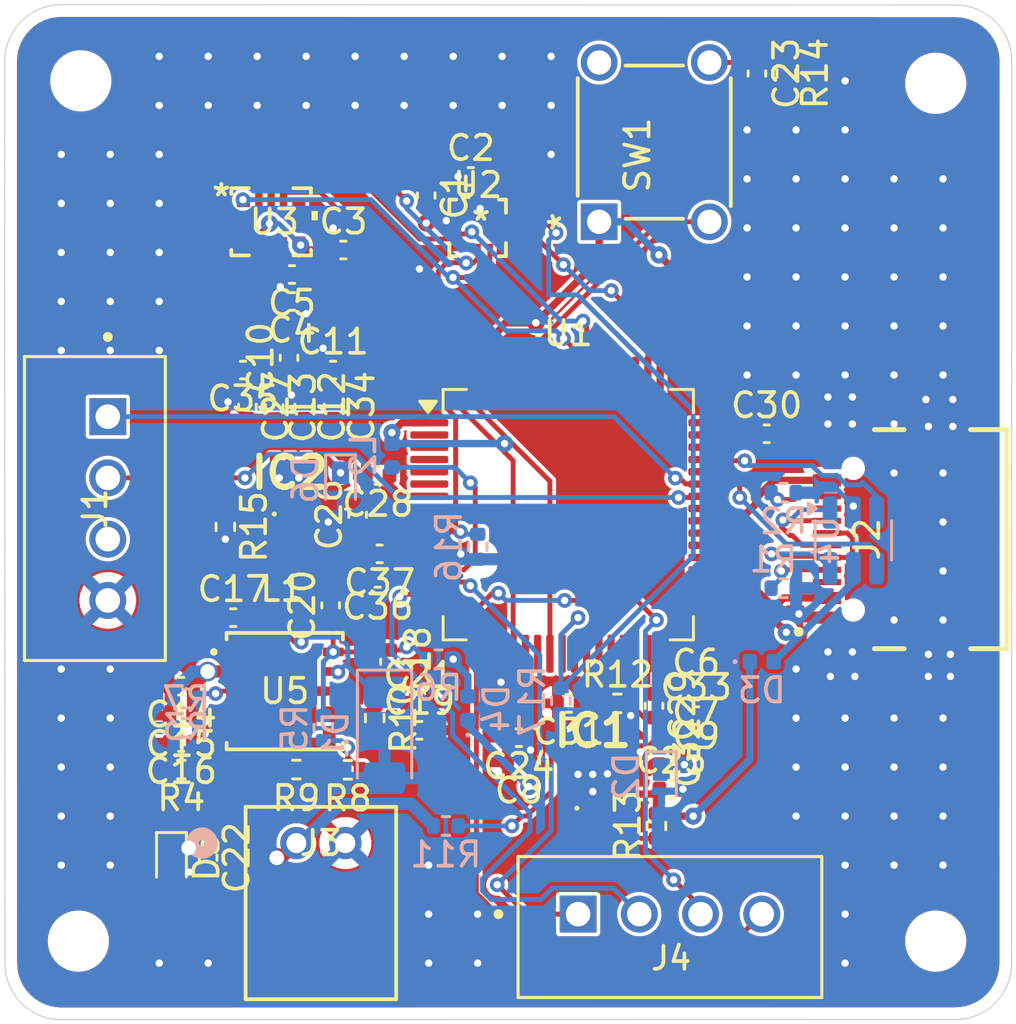
<source format=kicad_pcb>
(kicad_pcb (version 20241229) (generator "pcbnew") (generator_version "9.0")
  (title_block (title "FC Spectre MAKER") (company "ENSEA"))
  (layers (0 "F.Cu" signal) (4 "In1.Cu" power) (6 "In2.Cu" power) (2 "B.Cu" signal) (13 "F.Paste" user) (15 "B.Paste" user) (5 "F.SilkS" user "F.Silkscreen") (7 "B.SilkS" user "B.Silkscreen") (1 "F.Mask" user) (3 "B.Mask" user) (25 "Edge.Cuts" user))
  (net 0 "")
  (net 1 "GND")
  (net 2 "+3.3V P")
  (net 3 "+3.3V MCU")
  (net 4 "+7.4V")
  (net 5 "Net-(U5-SS_TR)")
  (net 6 "Net-(U5-BOOT)")
  (net 7 "Net-(D1-K)")
  (net 8 "Net-(U5-PWRGD)")
  (net 9 "Net-(C19-Pad1)")
  (net 10 "Net-(U5-COMP)")
  (net 11 "Net-(C23-Pad1)")
  (net 12 "+5V MCU")
  (net 13 "+5V")
  (net 14 "Net-(U1-NRST)")
  (net 15 "Net-(U1-VCAP_1)")
  (net 16 "Net-(U1-VCAP_2)")
  (net 17 "ADC_BAT")
  (net 18 "+3.3V MCU A")
  (net 19 "V_USB")
  (net 22 "Net-(IC1-EN)")
  (net 23 "Net-(IC2-EN)")
  (net 26 "RX_Rad")
  (net 27 "TX_Rad")
  (net 28 "Net-(J2-CC2)")
  (net 29 "D+")
  (net 30 "Net-(J2-CC1)")
  (net 32 "D-")
  (net 34 "Net-(U5-EN)")
  (net 35 "Net-(U5-RT_CLK)")
  (net 36 "Net-(R5-Pad2)")
  (net 37 "Net-(U5-FB)")
  (net 38 "INT_IMU")
  (net 39 "INTB")
  (net 40 "BOOT")
  (net 45 "SCK")
  (net 48 "USB_DP")
  (net 58 "USB_DM")
  (net 64 "CS_IMU")
  (net 65 "SDO")
  (net 68 "SDI")
  (net 73 "CSB")
  (net 89 "M2")
  (net 90 "M1")
  (net 91 "M4")
  (net 92 "M3")
  (footprint "Capacitor_SMD:C_0402_1005Metric" (layer "F.Cu") (at 154.68 123.8 180)
    (property "Reference" "C24")
    (property "Value" "1u")
  )
  (footprint "Capacitor_SMD:C_0402_1005Metric" (layer "F.Cu") (at 147 118.4 90)
    (property "Reference" "C20")
    (property "Value" "47u")
  )
  (footprint "Capacitor_SMD:C_0402_1005Metric" (layer "F.Cu") (at 145.42 106 180)
    (property "Reference" "C4")
    (property "Value" "0.1 uF")
  )
  (footprint "Resistor_SMD:R_0402_1005Metric" (layer "F.Cu") (at 140.9 125.1 180)
    (property "Reference" "R4")
    (property "Value" "R")
  )
  (footprint "Capacitor_SMD:C_0402_1005Metric" (layer "F.Cu") (at 147.1 108.8)
    (property "Reference" "C11")
    (property "Value" "100n")
  )
  (footprint "maker:GCT_USB4110GFA" (layer "F.Cu") (at 168.3375 115.7 90)
    (property "Reference" "J2")
    (property "Value" "USB4110GFA")
  )
  (footprint "Capacitor_SMD:C_0402_1005Metric" (layer "F.Cu") (at 150.9 101.68 -90)
    (property "Reference" "C1")
    (property "Value" "100 nF")
  )
  (footprint "Capacitor_SMD:C_0402_1005Metric" (layer "F.Cu") (at 143.42 108.8 180)
    (property "Reference" "C35")
    (property "Value" "100n")
  )
  (footprint "Capacitor_SMD:C_0402_1005Metric" (layer "F.Cu") (at 160.4 124.4 -90)
    (property "Reference" "C32")
    (property "Value" "100n")
  )
  (footprint "Resistor_SMD:R_0402_1005Metric" (layer "F.Cu") (at 148.8 123 -90)
    (property "Reference" "R10")
    (property "Value" "13k")
  )
  (footprint "Capacitor_SMD:C_0402_1005Metric" (layer "F.Cu") (at 148.1 114.7 90)
    (property "Reference" "C26")
    (property "Value" "1u")
  )
  (footprint "Capacitor_SMD:C_0402_1005Metric" (layer "F.Cu") (at 140.9 121.7 180)
    (property "Reference" "C14")
    (property "Value" "2.2u")
  )
  (footprint "Resistor_SMD:R_0402_1005Metric" (layer "F.Cu") (at 160.3 127.4 90)
    (property "Reference" "R13")
    (property "Value" "10k")
  )
  (footprint "Capacitor_SMD:C_0402_1005Metric" (layer "F.Cu") (at 149 116.3 180)
    (property "Reference" "C37")
    (property "Value" "10n")
  )
  (footprint "maker:AP2301SN7" (layer "F.Cu") (at 145.35 113.275)
    (property "Reference" "IC2")
    (property "Value" "AP7365-33SNG-7" (hide yes))
  )
  (footprint "maker:BMP390" (layer "F.Cu") (at 153 103)
    (property "Reference" "U2")
    (property "Value" "BMP390")
  )
  (footprint "MountingHole:MountingHole_2.2mm_M2" (layer "F.Cu") (at 136.8 97)
    (property "Reference" "H1")
    (property "Value" "MountingHole_Pad_MP" (hide yes))
  )
  (footprint "maker:SW4_1825910-B_TEC" (layer "F.Cu") (at 162.4606 96.25 90)
    (property "Reference" "SW1")
    (property "Value" "1825910-6")
  )
  (footprint "Capacitor_SMD:C_0402_1005Metric" (layer "F.Cu") (at 145.9 110.3 -90)
    (property "Reference" "C12")
    (property "Value" "100n")
  )
  (footprint "Capacitor_SMD:C_0402_1005Metric" (layer "F.Cu") (at 160.9 125.9)
    (property "Reference" "C25")
    (property "Value" "1u")
  )
  (footprint "Capacitor_SMD:C_0402_1005Metric" (layer "F.Cu") (at 147.52 103.9)
    (property "Reference" "C3")
    (property "Value" "10 nF")
  )
  (footprint "Resistor_SMD:R_0402_1005Metric" (layer "F.Cu") (at 165.6 96.7 -90)
    (property "Reference" "R14")
    (property "Value" "10k")
  )
  (footprint "Capacitor_SMD:C_0402_1005Metric" (layer "F.Cu") (at 161.92 122.9)
    (property "Reference" "C33")
    (property "Value" "100n")
  )
  (footprint "Capacitor_SMD:C_0402_1005Metric" (layer "F.Cu") (at 164.8 111.4)
    (property "Reference" "C30")
    (property "Value" "2.2u")
  )
  (footprint "Capacitor_SMD:C_0402_1005Metric" (layer "F.Cu") (at 150.6 122.4)
    (property "Reference" "C21")
    (property "Value" "39pF")
  )
  (footprint "Capacitor_SMD:C_0402_1005Metric" (layer "F.Cu") (at 160.2 122.5 -90)
    (property "Reference" "C29")
    (property "Value" "2.2u")
  )
  (footprint "MountingHole:MountingHole_2.2mm_M2" (layer "F.Cu") (at 136.7 132.1)
    (property "Reference" "H4")
    (property "Value" "MountingHole_Pad_MP" (hide yes))
  )
  (footprint "Package_QFP:LQFP-64_10x10mm_P0.5mm" (layer "F.Cu") (at 156.7 114.7)
    (property "Reference" "U1")
    (property "Value" "STM32F405RGTx")
  )
  (footprint "Capacitor_SMD:C_0402_1005Metric" (layer "F.Cu") (at 161.92 123.9)
    (property "Reference" "C7")
    (property "Value" "100n")
  )
  (footprint "MountingHole:MountingHole_2.2mm_M2" (layer "F.Cu") (at 171.7 97.1)
    (property "Reference" "H2")
    (property "Value" "MountingHole_Pad_MP" (hide yes))
  )
  (footprint "Capacitor_SMD:C_0402_1005Metric" (layer "F.Cu") (at 149.4 120.7 -90)
    (property "Reference" "C18")
    (property "Value" "47u")
  )
  (footprint "Capacitor_SMD:C_0402_1005Metric" (layer "F.Cu") (at 142 128.7 -90)
    (property "Reference" "C22")
    (property "Value" "10n")
  )
  (footprint "Capacitor_SMD:C_0402_1005Metric" (layer "F.Cu") (at 148.92 113.1 180)
    (property "Reference" "C28")
    (property "Value" "0.1u")
  )
  (footprint "Capacitor_SMD:C_0402_1005Metric" (layer "F.Cu") (at 156.72 122.4 180)
    (property "Reference" "C31")
    (property "Value" "5p")
  )
  (footprint "Capacitor_SMD:C_0402_1005Metric" (layer "F.Cu") (at 147.1 110.3 -90)
    (property "Reference" "C34")
    (property "Value" "100n")
  )
  (footprint "maker:CONN_S2B-PH-K-S_JST" (layer "F.Cu") (at 145.6 128.1)
    (property "Reference" "J3")
    (property "Value" "S2B-PH-K-SLFSN")
  )
  (footprint "maker:JST_B4B-XH-A" (layer "F.Cu") (at 137.375 114.45 90)
    (property "Reference" "J1")
    (property "Value" "B4B-XH-A")
  )
  (footprint "Capacitor_SMD:C_0402_1005Metric" (layer "F.Cu") (at 161.92 121.9)
    (property "Reference" "C6")
    (property "Value" "4.7u")
  )
  (footprint "Resistor_SMD:R_0402_1005Metric" (layer "F.Cu") (at 147.7 125.11 180)
    (property "Reference" "R8")
    (property "Value" "53.6k")
  )
  (footprint "Capacitor_SMD:C_0402_1005Metric" (layer "F.Cu") (at 164.4 96.7 -90)
    (property "Reference" "C23")
    (property "Value" "10u")
  )
  (footprint "Capacitor_SMD:C_0402_1005Metric" (layer "F.Cu") (at 148.92 117.3 180)
    (property "Reference" "C36")
    (property "Value" "1u")
  )
  (footprint "maker:JST_B4B-XH-A" (layer "F.Cu") (at 160.85 131.525 180)
    (property "Reference" "J4")
    (property "Value" "B4B-XH-A")
  )
  (footprint "maker:AP2301SN7" (layer "F.Cu") (at 157.7 125.275)
    (property "Reference" "IC1")
    (property "Value" "AP7365-33SNG-7" (hide yes))
  )
  (footprint "Capacitor_SMD:C_0402_1005Metric" (layer "F.Cu") (at 143.02 118.9)
    (property "Reference" "C17")
    (property "Value" "0.1u")
  )
  (footprint "maker:LGA14_2P5X3X0P91_TDK" (layer "F.Cu") (at 144.5697 102.75)
    (property "Reference" "U3")
    (property "Value" "ICM-42688-P")
  )
  (footprint "Capacitor_SMD:C_0402_1005Metric" (layer "F.Cu") (at 144.7 110.32 -90)
    (property "Reference" "C13")
    (property "Value" "100n")
  )
  (footprint "Resistor_SMD:R_0402_1005Metric" (layer "F.Cu") (at 158.7 122.4)
    (property "Reference" "R12")
    (property "Value" "4.5k")
  )
  (footprint "Capacitor_SMD:C_0402_1005Metric" (layer "F.Cu") (at 154.68 124.8 180)
    (property "Reference" "C8")
    (property "Value" "100n")
  )
  (footprint "Capacitor_SMD:C_0402_1005Metric" (layer "F.Cu") (at 145.3 108.3 90)
    (property "Reference" "C10")
    (property "Value" "4.7u")
  )
  (footprint "MountingHole:MountingHole_2.2mm_M2" (layer "F.Cu") (at 171.7 132.1)
    (property "Reference" "H3")
    (property "Value" "MountingHole_Pad_MP" (hide yes))
  )
  (footprint "Capacitor_SMD:C_0402_1005Metric" (layer "F.Cu") (at 152.72 100.9)
    (property "Reference" "C2")
    (property "Value" "100 nF")
  )
  (footprint "Capacitor_SMD:C_0402_1005Metric" (layer "F.Cu") (at 143.6 110.3 -90)
    (property "Reference" "C27")
    (property "Value" "1u")
  )
  (footprint "Capacitor_SMD:C_0402_1005Metric" (layer "F.Cu") (at 140.9 122.9 180)
    (property "Reference" "C15")
    (property "Value" "2.2u")
  )
  (footprint "maker:DPR0010A_TEX" (layer "F.Cu") (at 145.125 121.899999)
    (property "Reference" "U5")
    (property "Value" "TPS54361DPRR")
  )
  (footprint "Capacitor_SMD:C_0402_1005Metric" (layer "F.Cu") (at 161.92 124.9)
    (property "Reference" "C9")
    (property "Value" "100n")
  )
  (footprint "Diode_SMD:Nexperia_DSN1608-2_1.6x0.8mm" (layer "F.Cu") (at 140.5 128.685 -90)
    (property "Reference" "D5")
    (property "Value" "PTVS10VZ1USK")
  )
  (footprint "Resistor_SMD:R_0402_1005Metric" (layer "F.Cu") (at 145.6 125.1 180)
    (property "Reference" "R9")
    (property "Value" "10.2k")
  )
  (footprint "Capacitor_SMD:C_0402_1005Metric" (layer "F.Cu") (at 140.9 124 180)
    (property "Reference" "C16")
    (property "Value" "0.01u")
  )
  (footprint "Capacitor_SMD:C_0402_1005Metric" (layer "F.Cu") (at 150.62 123.5)
    (property "Reference" "C19")
    (property "Value" "6.8u")
  )
  (footprint "Resistor_SMD:R_0402_1005Metric" (layer "F.Cu") (at 142.7 115.2 -90)
    (property "Reference" "R15")
    (property "Value" "10k")
  )
  (footprint "Inductor_SMD:L_0402_1005Metric" (layer "F.Cu") (at 145.015 118.9)
    (property "Reference" "L1")
    (property "Value" "8.2u")
  )
  (footprint "Capacitor_SMD:C_0402_1005Metric" (layer "F.Cu") (at 145.42 104.9 180)
    (property "Reference" "C5")
    (property "Value" "2.2 uF")
  )
  (footprint "Package_TO_SOT_SMD:SOT-23-6" (layer "B.Cu") (at 168.3375 115.75 -90)
    (property "Reference" "U4")
    (property "Value" "USBLC6-2SC6")
  )
  (footprint "Diode_SMD:Nexperia_DSN1608-2_1.6x0.8mm" (layer "B.Cu") (at 160.5 125.385 -90)
    (property "Reference" "D2")
    (property "Value" "PTVS5V0Z1USK")
  )
  (footprint "Diode_SMD:D_0402_1005Metric" (layer "B.Cu") (at 164.6 120.7)
    (property "Reference" "D3")
    (property "Value" "D")
  )
  (footprint "Resistor_SMD:R_0402_1005Metric" (layer "B.Cu") (at 151.7 127.4)
    (property "Reference" "R11")
    (property "Value" "10k")
  )
  (footprint "Resistor_SMD:R_0402_1005Metric" (layer "B.Cu") (at 146.7 123.41 -90)
    (property "Reference" "R5")
    (property "Value" "49.9")
  )
  (footprint "Resistor_SMD:R_0402_1005Metric" (layer "B.Cu") (at 151.4 120.6)
    (property "Reference" "R6")
    (property "Value" "1k")
  )
  (footprint "Resistor_SMD:R_0402_1005Metric" (layer "B.Cu") (at 153 116.01 -90)
    (property "Reference" "R16")
    (property "Value" "10k")
  )
  (footprint "Resistor_SMD:R_0402_1005Metric" (layer "B.Cu") (at 156.4 122.3 -90)
    (property "Reference" "R17")
    (property "Value" "10k")
  )
  (footprint "Resistor_SMD:R_0402_1005Metric" (layer "B.Cu") (at 165.49 113.8)
    (property "Reference" "R2")
    (property "Value" "5.1k")
  )
  (footprint "Resistor_SMD:R_0402_1005Metric" (layer "B.Cu") (at 141.1 122.2)
    (property "Reference" "R3")
    (property "Value" "R")
  )
  (footprint "Inductor_SMD:L_0402_1005Metric" (layer "B.Cu") (at 149.5 112.285 -90)
    (property "Reference" "L2")
    (property "Value" "39n")
  )
  (footprint "Diode_SMD:D_MiniMELF" (layer "B.Cu") (at 149.2 123.7 -90)
    (property "Reference" "D1")
    (property "Value" "BZV55B5V6")
  )
  (footprint "Diode_SMD:Nexperia_DSN1608-2_1.6x0.8mm" (layer "B.Cu") (at 147.4 113.275 -90)
    (property "Reference" "D6")
    (property "Value" "PTVS5V0Z1USK")
  )
  (footprint "Resistor_SMD:R_0402_1005Metric" (layer "B.Cu") (at 165.49 117.7 180)
    (property "Reference" "R1")
    (property "Value" "5.1k")
  )
  (footprint "Resistor_SMD:R_0402_1005Metric" (layer "B.Cu") (at 141.1 123.4 180)
    (property "Reference" "R7")
    (property "Value" "R")
  )
  (footprint "Diode_SMD:D_0402_1005Metric" (layer "B.Cu") (at 152.6 122.6 90)
    (property "Reference" "D4")
    (property "Value" "D")
  )
  (gr_arc (start 133.696276 96.191767) (mid 134.36993 94.565421) (end 135.996276 93.891767) (stroke (width 0.05)) (layer "Edge.Cuts"))
  (gr_line (start 174.8 133) (end 174.806606 96.203293) (stroke (width 0.05)) (layer "Edge.Cuts"))
  (gr_line (start 136.0015 135.306638) (end 172.5 135.3) (stroke (width 0.05)) (layer "Edge.Cuts"))
  (gr_arc (start 136.001516 135.306638) (mid 134.37517 134.632984) (end 133.701516 133.006638) (stroke (width 0.05)) (layer "Edge.Cuts"))
  (gr_arc (start 174.8 133) (mid 174.126346 134.626346) (end 172.5 135.3) (stroke (width 0.05)) (layer "Edge.Cuts"))
  (gr_line (start 172.5066 93.903293) (end 135.996276 93.891767) (stroke (width 0.05)) (layer "Edge.Cuts"))
  (gr_line (start 133.696277 96.191767) (end 133.701516 133.006638) (stroke (width 0.05)) (layer "Edge.Cuts"))
  (gr_arc (start 172.506638 93.903293) (mid 174.132984 94.576947) (end 174.806638 96.203293) (stroke (width 0.05)) (layer "Edge.Cuts"))
  (segment (start 142.94 110.12) (end 142.94 108.8) (width 0.2) (layer "F.Cu") (net 1))
  (segment (start 167.5285 112.234) (end 169.234 112.234) (width 0.2) (layer "F.Cu") (net 1))
  (segment (start 153.499999 101.199999) (end 153.2 100.9) (width 0.2) (layer "F.Cu") (net 1))
  (segment (start 158.3 125.275) (end 160.005 125.275) (width 0.2) (layer "F.Cu") (net 1))
  (segment (start 159.605 122.795) (end 159.354 122.795) (width 0.2) (layer "F.Cu") (net 1))
  (segment (start 141.895 129.285) (end 142 129.18) (width 0.2) (layer "F.Cu") (net 1))
  (segment (start 166.115762 118.75) (end 167.1125 118.75) (width 0.2) (layer "F.Cu") (net 1))
  (segment (start 157.7 125.275) (end 157.7 125.3) (width 0.2) (layer "F.Cu") (net 1))
  (segment (start 157.1 125.3) (end 158.275 125.3) (width 0.2) (layer "F.Cu") (net 1))
  (segment (start 169.234 112.234) (end 170 113) (width 0.2) (layer "F.Cu") (net 1))
  (segment (start 158.275 125.3) (end 158.3 125.275) (width 0.2) (layer "F.Cu") (net 1))
  (segment (start 144.94 104.9) (end 144.94 106) (width 0.2) (layer "F.Cu") (net 1))
  (segment (start 153.45 108.286888) (end 154.203338 107.533551) (width 0.2) (layer "F.Cu") (net 1))
  (segment (start 144.5697 104.5297) (end 144.94 104.9) (width 0.2) (layer "F.Cu") (net 1))
  (segment (start 159.605 122.795) (end 159.21 122.4) (width 0.2) (layer "F.Cu") (net 1))
  (segment (start 142.92 110.1) (end 142.805309 110.1) (width 0.2) (layer "F.Cu") (net 1))
  (segment (start 157.7 126.025) (end 157.7 126) (width 0.2) (layer "F.Cu") (net 1))
  (segment (start 159.354 122.795) (end 159.249 122.9) (width 0.2) (layer "F.Cu") (net 1))
  (segment (start 151.448 103.852) (end 150.625735 104.674265) (width 0.2) (layer "F.Cu") (net 1))
  (segment (start 167.2625 111.165) (end 167.8375 110.59) (width 0.2) (layer "F.Cu") (net 1))
  (segment (start 145.7 103) (end 147.1 103) (width 0.2) (layer "F.Cu") (net 1))
  (segment (start 141.2 129.285) (end 141.895 129.285) (width 0.2) (layer "F.Cu") (net 1))
  (segment (start 167.2625 112.5) (end 167.3 112.5) (width 0.2) (layer "F.Cu") (net 1))
  (segment (start 146.6 107.82) (end 146.69 107.91) (width 0.2) (layer "F.Cu") (net 1))
  (segment (start 145.3 107.82) (end 146.6 107.82) (width 0.2) (layer "F.Cu") (net 1))
  (segment (start 153.499999 102.2126) (end 153.499999 101.199999) (width 0.2) (layer "F.Cu") (net 1))
  (segment (start 143.6 110.78) (end 142.94 110.12) (width 0.2) (layer "F.Cu") (net 1))
  (segment (start 147.1 103) (end 148 103.9) (width 0.2) (layer "F.Cu") (net 1))
  (segment (start 153.45 109.025) (end 153.45 108.286888) (width 0.2) (layer "F.Cu") (net 1))
  (segment (start 151.025 116.45) (end 152.164094 116.45) (width 0.2) (layer "F.Cu") (net 1))
  (segment (start 152.164094 116.45) (end 152.309785 116.304309) (width 0.2) (layer "F.Cu") (net 1))
  (segment (start 160.2 122.98) (end 159.79 122.98) (width 0.2) (layer "F.Cu") (net 1))
  (segment (start 145.35 114.025) (end 145.35 113.275) (width 0.2) (layer "F.Cu") (net 1))
  (segment (start 157.7 126.025) (end 157.7 125.3) (width 0.2) (layer "F.Cu") (net 1))
  (segment (start 153.499999 102.2126) (end 153 102.2126) (width 0.2) (layer "F.Cu") (net 1))
  (segment (start 167.1125 118.75) (end 167.2625 118.9) (width 0.2) (layer "F.Cu") (net 1))
  (segment (start 142.94 110.12) (end 142.92 110.1) (width 0.2) (layer "F.Cu") (net 1))
  (segment (start 148.44 113.1) (end 148.44 113.44) (width 0.2) (layer "F.Cu") (net 1))
  (segment (start 160.005 125.275) (end 160.4 124.88) (width 0.2) (layer "F.Cu") (net 1))
  (segment (start 143.6 110.78) (end 147.1 110.78) (width 0.2) (layer "F.Cu") (net 1))
  (segment (start 152.500001 103.7874) (end 152.2423 103.7874) (width 0.2) (layer "F.Cu") (net 1))
  (segment (start 148.44 113.44) (end 149 114) (width 0.2) (layer "F.Cu") (net 1))
  (segment (start 167.2625 112.5) (end 167.5285 112.234) (width 0.2) (layer "F.Cu") (net 1))
  (segment (start 159.79 122.98) (end 159.605 122.795) (width 0.2) (layer "F.Cu") (net 1))
  (segment (start 146.69 107.91) (end 147.58 108.8) (width 0.2) (layer "F.Cu") (net 1))
  (segment (start 152.2423 103.7874) (end 152.1777 103.852) (width 0.2) (layer "F.Cu") (net 1))
  (segment (start 140.5 129.285) (end 141.2 129.285) (width 0.2) (layer "F.Cu") (net 1))
  (segment (start 144.5697 103.639) (end 144.5697 104.5297) (width 0.2) (layer "F.Cu") (net 1))
  (segment (start 152.1777 103.852) (end 151.448 103.852) (width 0.2) (layer "F.Cu") (net 1))
  (via (at 170 107) (size 0.6) (drill 0.3) (layers "F.Cu" "B.Cu") (net 1))
  (via (at 171.4 120.4) (size 0.6) (drill 0.3) (layers "F.Cu" "B.Cu") (net 1))
  (via (at 136 108) (size 0.6) (drill 0.3) (layers "F.Cu" "B.Cu") (net 1))
  (via (at 150 96) (size 0.6) (drill 0.3) (layers "F.Cu" "B.Cu") (net 1))
  (via (at 170 105) (size 0.6) (drill 0.3) (layers "F.Cu" "B.Cu") (net 1))
  (via (at 164 99) (size 0.6) (drill 0.3) (layers "F.Cu" "B.Cu") (net 1))
  (via blind (at 159.249 122.9) (size 0.6) (drill 0.3) (layers "F.Cu" "In1.Cu") (net 1))
  (via (at 146 98) (size 0.6) (drill 0.3) (layers "F.Cu" "B.Cu") (net 1))
  (via (at 138 100) (size 0.6) (drill 0.3) (layers "F.Cu" "B.Cu") (net 1))
  (via (at 142 133) (size 0.6) (drill 0.3) (layers "F.Cu" "B.Cu") (net 1))
  (via (at 172 129) (size 0.6) (drill 0.3) (layers "F.Cu" "B.Cu") (net 1))
  (via (at 150.625735 104.674265) (size 0.6) (drill 0.3) (layers "F.Cu" "B.Cu") (net 1))
  (via (at 140 106) (size 0.6) (drill 0.3) (layers "F.Cu" "B.Cu") (net 1))
  (via (at 166 121) (size 0.6) (drill 0.3) (layers "F.Cu" "B.Cu") (net 1))
  (via (at 140 108) (size 0.6) (drill 0.3) (layers "F.Cu" "B.Cu") (net 1))
  (via (at 166 103) (size 0.6) (drill 0.3) (layers "F.Cu" "B.Cu") (net 1))
  (via blind (at 147.1 103) (size 0.6) (drill 0.3) (layers "F.Cu" "In1.Cu") (net 1))
  (via (at 136 129) (size 0.6) (drill 0.3) (layers "F.Cu" "B.Cu") (net 1))
  (via (at 168 129) (size 0.6) (drill 0.3) (layers "F.Cu" "B.Cu") (net 1))
  (via (at 172.4 111.1) (size 0.6) (drill 0.3) (layers "F.Cu" "B.Cu") (net 1))
  (via (at 172 113) (size 0.6) (drill 0.3) (layers "F.Cu" "B.Cu") (net 1))
  (via (at 164 109) (size 0.6) (drill 0.3) (layers "F.Cu" "B.Cu") (net 1))
  (via (at 171.4 111.1) (size 0.6) (drill 0.3) (layers "F.Cu" "B.Cu") (net 1))
  (via (at 145.7 113.2) (size 0.6) (drill 0.3) (layers "F.Cu" "B.Cu") (net 1))
  (via (at 170 103) (size 0.6) (drill 0.3) (layers "F.Cu" "B.Cu") (net 1))
  (via (at 168 125) (size 0.6) (drill 0.3) (layers "F.Cu" "B.Cu") (net 1))
  (via (at 138 125) (size 0.6) (drill 0.3) (layers "F.Cu" "B.Cu") (net 1))
  (via (at 136 125) (size 0.6) (drill 0.3) (layers "F.Cu" "B.Cu") (net 1))
  (via (at 168.3 120.3) (size 0.6) (drill 0.3) (layers "F.Cu" "B.Cu") (net 1))
  (via (at 161.38 125.9) (size 0.6) (drill 0.3) (layers "F.Cu" "B.Cu") (net 1))
  (via (at 142 96) (size 0.6) (drill 0.3) (layers "F.Cu" "B.Cu") (net 1))
  (via (at 138 129) (size 0.6) (drill 0.3) (layers "F.Cu" "B.Cu") (net 1))
  (via (at 164 105) (size 0.6) (drill 0.3) (layers "F.Cu" "B.Cu") (net 1))
  (via (at 142.805309 110.1) (size 0.6) (drill 0.3) (layers "F.Cu" "B.Cu") (net 1))
  (via (at 172.4 110) (size 0.6) (drill 0.3) (layers "F.Cu" "B.Cu") (net 1))
  (via (at 168 109) (size 0.6) (drill 0.3) (layers "F.Cu" "B.Cu") (net 1))
  (via (at 170 119) (size 0.6) (drill 0.3) (layers "F.Cu" "B.Cu") (net 1))
  (via (at 172 117) (size 0.6) (drill 0.3) (layers "F.Cu" "B.Cu") (net 1))
  (via (at 172 105) (size 0.6) (drill 0.3) (layers "F.Cu" "B.Cu") (net 1))
  (via (at 148 96) (size 0.6) (drill 0.3) (layers "F.Cu" "B.Cu") (net 1))
  (via (at 168 127) (size 0.6) (drill 0.3) (layers "F.Cu" "B.Cu") (net 1))
  (via (at 172 103) (size 0.6) (drill 0.3) (layers "F.Cu" "B.Cu") (net 1))
  (via (at 166 99) (size 0.6) (drill 0.3) (layers "F.Cu" "B.Cu") (net 1))
  (via (at 168 101) (size 0.6) (drill 0.3) (layers "F.Cu" "B.Cu") (net 1))
  (via (at 138 123) (size 0.6) (drill 0.3) (layers "F.Cu" "B.Cu") (net 1))
  (via (at 170 125) (size 0.6) (drill 0.3) (layers "F.Cu" "B.Cu") (net 1))
  (via (at 168 131) (size 0.6) (drill 0.3) (layers "F.Cu" "B.Cu") (net 1))
  (via (at 168 105) (size 0.6) (drill 0.3) (layers "F.Cu" "B.Cu") (net 1))
  (via (at 151 129) (size 0.6) (drill 0.3) (layers "F.Cu" "B.Cu") (net 1))
  (via (at 170 123) (size 0.6) (drill 0.3) (layers "F.Cu" "B.Cu") (net 1))
  (via (at 168.3 109.9) (size 0.6) (drill 0.3) (layers "F.Cu" "B.Cu") (net 1))
  (via (at 136 106) (size 0.6) (drill 0.3) (layers "F.Cu" "B.Cu") (net 1))
  (via (at 167.3 111) (size 0.6) (drill 0.3) (layers "F.Cu" "B.Cu") (net 1))
  (via (at 138 108) (size 0.6) (drill 0.3) (layers "F.Cu" "B.Cu") (net 1))
  (via (at 152 98) (size 0.6) (drill 0.3) (layers "F.Cu" "B.Cu") (net 1))
  (via (at 140 104) (size 0.6) (drill 0.3) (layers "F.Cu" "B.Cu") (net 1))
  (via (at 166 123) (size 0.6) (drill 0.3) (layers "F.Cu" "B.Cu") (net 1))
  (via (at 146.69 107.91) (size 0.6) (drill 0.3) (layers "F.Cu" "B.Cu") (net 1))
  (via (at 138 106) (size 0.6) (drill 0.3) (layers "F.Cu" "B.Cu") (net 1))
  (via (at 154 96) (size 0.6) (drill 0.3) (layers "F.Cu" "B.Cu") (net 1))
  (via (at 172 101) (size 0.6) (drill 0.3) (layers "F.Cu" "B.Cu") (net 1))
  (via blind (at 158.3 125.275) (size 0.6) (drill 0.3) (layers "F.Cu" "In1.Cu") (net 1))
  (via (at 156 98) (size 0.6) (drill 0.3) (layers "F.Cu" "B.Cu") (net 1))
  (via (at 136 121) (size 0.6) (drill 0.3) (layers "F.Cu" "B.Cu") (net 1))
  (via (at 154 98) (size 0.6) (drill 0.3) (layers "F.Cu" "B.Cu") (net 1))
  (via (at 144 98) (size 0.6) (drill 0.3) (layers "F.Cu" "B.Cu") (net 1))
  (via (at 136 100) (size 0.6) (drill 0.3) (layers "F.Cu" "B.Cu") (net 1))
  (via (at 167.3 109.9) (size 0.6) (drill 0.3) (layers "F.Cu" "B.Cu") (net 1))
  (via (at 164 101) (size 0.6) (drill 0.3) (layers "F.Cu" "B.Cu") (net 1))
  (via (at 138 127) (size 0.6) (drill 0.3) (layers "F.Cu" "B.Cu") (net 1))
  (via (at 157.7 126) (size 0.6) (drill 0.3) (layers "F.Cu" "B.Cu") (net 1))
  (via (at 170 113) (size 0.6) (drill 0.3) (layers "F.Cu" "B.Cu") (net 1))
  (via (at 166 107) (size 0.6) (drill 0.3) (layers "F.Cu" "B.Cu") (net 1))
  (via (at 138 104) (size 0.6) (drill 0.3) (layers "F.Cu" "B.Cu") (net 1))
  (via blind (at 141.2 129.285) (size 0.6) (drill 0.3) (layers "F.Cu" "In1.Cu") (net 1))
  (via (at 164 103) (size 0.6) (drill 0.3) (layers "F.Cu" "B.Cu") (net 1))
  (via (at 153 131) (size 0.6) (drill 0.3) (layers "F.Cu" "B.Cu") (net 1))
  (via (at 140 102) (size 0.6) (drill 0.3) (layers "F.Cu" "B.Cu") (net 1))
  (via (at 168.3 111) (size 0.6) (drill 0.3) (layers "F.Cu" "B.Cu") (net 1))
  (via (at 167.3 120.3) (size 0.6) (drill 0.3) (layers "F.Cu" "B.Cu") (net 1))
  (via (at 168 123) (size 0.6) (drill 0.3) (layers "F.Cu" "B.Cu") (net 1))
  (via (at 168 97) (size 0.6) (drill 0.3) (layers "F.Cu" "B.Cu") (net 1))
  (via (at 136 127) (size 0.6) (drill 0.3) (layers "F.Cu" "B.Cu") (net 1))
  (via (at 153 133) (size 0.6) (drill 0.3) (layers "F.Cu" "B.Cu") (net 1))
  (via (at 172 109) (size 0.6) (drill 0.3) (layers "F.Cu" "B.Cu") (net 1))
  (via (at 148 98) (size 0.6) (drill 0.3) (layers "F.Cu" "B.Cu") (net 1))
  (via (at 140 96) (size 0.6) (drill 0.3) (layers "F.Cu" "B.Cu") (net 1))
  (via blind (at 157.7 125.3) (size 0.6) (drill 0.3) (layers "F.Cu" "In1.Cu") (net 1))
  (via blind (at 153.100001 102.2126) (size 0.6) (drill 0.3) (layers "F.Cu" "In1.Cu") (net 1))
  (via blind (at 157.1 125.3) (size 0.6) (drill 0.3) (layers "F.Cu" "In1.Cu") (net 1))
  (via (at 170 111) (size 0.6) (drill 0.3) (layers "F.Cu" "B.Cu") (net 1))
  (via (at 171.3 110) (size 0.6) (drill 0.3) (layers "F.Cu" "B.Cu") (net 1))
  (via (at 152.309785 116.304309) (size 0.6) (drill 0.3) (layers "F.Cu" "B.Cu") (net 1))
  (via (at 166 105) (size 0.6) (drill 0.3) (layers "F.Cu" "B.Cu") (net 1))
  (via (at 136 104) (size 0.6) (drill 0.3) (layers "F.Cu" "B.Cu") (net 1))
  (via (at 172 115) (size 0.6) (drill 0.3) (layers "F.Cu" "B.Cu") (net 1))
  (via (at 168 133) (size 0.6) (drill 0.3) (layers "F.Cu" "B.Cu") (net 1))
  (via (at 172 107) (size 0.6) (drill 0.3) (layers "F.Cu" "B.Cu") (net 1))
  (via (at 170 109) (size 0.6) (drill 0.3) (layers "F.Cu" "B.Cu") (net 1))
  (via (at 172.3 121.3) (size 0.6) (drill 0.3) (layers "F.Cu" "B.Cu") (net 1))
  (via (at 168 107) (size 0.6) (drill 0.3) (layers "F.Cu" "B.Cu") (net 1))
  (via (at 138 102) (size 0.6) (drill 0.3) (layers "F.Cu" "B.Cu") (net 1))
  (via (at 151 133) (size 0.6) (drill 0.3) (layers "F.Cu" "B.Cu") (net 1))
  (via (at 172 119) (size 0.6) (drill 0.3) (layers "F.Cu" "B.Cu") (net 1))
  (via (at 142 98) (size 0.6) (drill 0.3) (layers "F.Cu" "B.Cu") (net 1))
  (via (at 144 96) (size 0.6) (drill 0.3) (layers "F.Cu" "B.Cu") (net 1))
  (via (at 146 96) (size 0.6) (drill 0.3) (layers "F.Cu" "B.Cu") (net 1))
  (via (at 140 100) (size 0.6) (drill 0.3) (layers "F.Cu" "B.Cu") (net 1))
  (via (at 172 127) (size 0.6) (drill 0.3) (layers "F.Cu" "B.Cu") (net 1))
  (via (at 172 125) (size 0.6) (drill 0.3) (layers "F.Cu" "B.Cu") (net 1))
  (via (at 168.4 121.3) (size 0.6) (drill 0.3) (layers "F.Cu" "B.Cu") (net 1))
  (via (at 144.9 113.2) (size 0.6) (drill 0.3) (layers "F.Cu" "B.Cu") (net 1))
  (via (at 138 121) (size 0.6) (drill 0.3) (layers "F.Cu" "B.Cu") (net 1))
  (via (at 164 107) (size 0.6) (drill 0.3) (layers "F.Cu" "B.Cu") (net 1))
  (via (at 168 103) (size 0.6) (drill 0.3) (layers "F.Cu" "B.Cu") (net 1))
  (via (at 140 98) (size 0.6) (drill 0.3) (layers "F.Cu" "B.Cu") (net 1))
  (via (at 170 127) (size 0.6) (drill 0.3) (layers "F.Cu" "B.Cu") (net 1))
  (via (at 166 109) (size 0.6) (drill 0.3) (layers "F.Cu" "B.Cu") (net 1))
  (via (at 171.4 121.3) (size 0.6) (drill 0.3) (layers "F.Cu" "B.Cu") (net 1))
  (via (at 166.115762 118.75) (size 0.6) (drill 0.3) (layers "F.Cu" "B.Cu") (net 1))
  (via (at 167.4 121.3) (size 0.6) (drill 0.3) (layers "F.Cu" "B.Cu") (net 1))
  (via (at 156 96) (size 0.6) (drill 0.3) (layers "F.Cu" "B.Cu") (net 1))
  (via (at 170 101) (size 0.6) (drill 0.3) (layers "F.Cu" "B.Cu") (net 1))
  (via (at 166 125) (size 0.6) (drill 0.3) (layers "F.Cu" "B.Cu") (net 1))
  (via (at 152 96) (size 0.6) (drill 0.3) (layers "F.Cu" "B.Cu") (net 1))
  (via (at 168 99) (size 0.6) (drill 0.3) (layers "F.Cu" "B.Cu") (net 1))
  (via (at 136 123) (size 0.6) (drill 0.3) (layers "F.Cu" "B.Cu") (net 1))
  (via (at 168.337502 114.35) (size 0.6) (drill 0.3) (layers "F.Cu" "B.Cu") (net 1))
  (via (at 156 100) (size 0.6) (drill 0.3) (layers "F.Cu" "B.Cu") (net 1))
  (via (at 170 129) (size 0.6) (drill 0.3) (layers "F.Cu" "B.Cu") (net 1))
  (via (at 150 98) (size 0.6) (drill 0.3) (layers "F.Cu" "B.Cu") (net 1))
  (via (at 136 102) (size 0.6) (drill 0.3) (layers "F.Cu" "B.Cu") (net 1))
  (via (at 140 133) (size 0.6) (drill 0.3) (layers "F.Cu" "B.Cu") (net 1))
  (via (at 172.3 120.4) (size 0.6) (drill 0.3) (layers "F.Cu" "B.Cu") (net 1))
  (via (at 151 131) (size 0.6) (drill 0.3) (layers "F.Cu" "B.Cu") (net 1))
  (via blind (at 144.94 105.4) (size 0.6) (drill 0.3) (layers "F.Cu" "In1.Cu") (net 1))
  (via (at 166 101) (size 0.6) (drill 0.3) (layers "F.Cu" "B.Cu") (net 1))
  (via (at 172 123) (size 0.6) (drill 0.3) (layers "F.Cu" "B.Cu") (net 1))
  (via (at 166 127) (size 0.6) (drill 0.3) (layers "F.Cu" "B.Cu") (net 1))
  (segment (start 161.295 125.985) (end 161.38 125.9) (width 0.2) (layer "B.Cu") (net 1))
  (segment (start 160.5 125.985) (end 161.295 125.985) (width 0.2) (layer "B.Cu") (net 1))
  (segment (start 166.101 113.699) (end 167.707756 113.699) (width 0.2) (layer "B.Cu") (net 1))
  (segment (start 166 113.8) (end 166.101 113.699) (width 0.2) (layer "B.Cu") (net 1))
  (segment (start 166 117.7) (end 166 118.634238) (width 0.2) (layer "B.Cu") (net 1))
  (segment (start 166 118.634238) (end 166.115762 118.75) (width 0.2) (layer "B.Cu") (net 1))
  (segment (start 167.707756 113.699) (end 168.337502 114.328746) (width 0.2) (layer "B.Cu") (net 1))
  (segment (start 168.337502 114.328746) (end 168.337502 114.35) (width 0.2) (layer "B.Cu") (net 1))
  (segment (start 145.9 104.9) (end 145.9 106) (width 0.3) (layer "F.Cu") (net 2))
  (segment (start 144.069701 103.639) (end 144.069701 103.252597) (width 0.2) (layer "F.Cu") (net 2))
  (segment (start 152.2126 102.75) (end 151.765065 102.75) (width 0.3) (layer "F.Cu") (net 2))
  (segment (start 144.069701 103.252597) (end 144.5 102.822298) (width 0.2) (layer "F.Cu") (net 2))
  (segment (start 145.3 108.78) (end 145.3 109.22) (width 0.3) (layer "F.Cu") (net 2))
  (segment (start 147.04 103.9) (end 146.0966 103.9) (width 0.3) (layer "F.Cu") (net 2))
  (segment (start 145.3 109.22) (end 145.9 109.82) (width 0.3) (layer "F.Cu") (net 2))
  (segment (start 151.765065 102.75) (end 151.71794 102.702875) (width 0.3) (layer "F.Cu") (net 2))
  (segment (start 146.62 108.8) (end 146.62 109.34) (width 0.3) (layer "F.Cu") (net 2))
  (segment (start 145.9 106.4) (end 146 106.5) (width 0.3) (layer "F.Cu") (net 2))
  (segment (start 145.9 106) (end 145.9 106.4) (width 0.3) (layer "F.Cu") (net 2))
  (segment (start 145.9 104.0966) (end 145.9 104.9) (width 0.3) (layer "F.Cu") (net 2))
  (segment (start 143.9 109.52) (end 143.6 109.82) (width 0.3) (layer "F.Cu") (net 2))
  (segment (start 143.9 108.8) (end 143.9 109.52) (width 0.3) (layer "F.Cu") (net 2))
  (segment (start 152.24 100.9) (end 152.2 100.9) (width 0.3) (layer "F.Cu") (net 2))
  (segment (start 146.0966 103.9) (end 145.9 104.0966) (width 0.3) (layer "F.Cu") (net 2))
  (segment (start 146.0966 103.9) (end 145.7 103.5034) (width 0.3) (layer "F.Cu") (net 2))
  (segment (start 146 112.45) (end 146.86 112.45) (width 0.3) (layer "F.Cu") (net 2))
  (segment (start 152.2126 102.500001) (end 152.500001 102.2126) (width 0.3) (layer "F.Cu") (net 2))
  (segment (start 152.2126 102.75) (end 152.2126 102.500001) (width 0.3) (layer "F.Cu") (net 2))
  (segment (start 146.86 112.45) (end 147.4 112.99) (width 0.3) (layer "F.Cu") (net 2))
  (segment (start 150.9 102.16) (end 150.9 102.8) (width 0.3) (layer "F.Cu") (net 2))
  (segment (start 145.4 109.82) (end 147.1 109.82) (width 0.3) (layer "F.Cu") (net 2))
  (segment (start 143.6 109.82) (end 145.4 109.82) (width 0.3) (layer "F.Cu") (net 2))
  (segment (start 146.62 109.34) (end 147.1 109.82) (width 0.3) (layer "F.Cu") (net 2))
  (via (at 144.5 102.822298) (size 0.7) (drill 0.3) (layers "F.Cu" "B.Cu") (net 2))
  (via blind (at 151.71794 102.702875) (size 0.7) (drill 0.3) (layers "F.Cu" "In2.Cu") (net 2))
  (via (at 145.772101 103.702402) (size 0.7) (drill 0.3) (layers "F.Cu" "B.Cu") (net 2))
  (via blind (at 145.4 109.82) (size 0.7) (drill 0.3) (layers "F.Cu" "In2.Cu") (net 2))
  (via blind (at 150.9 102.8) (size 0.7) (drill 0.3) (layers "F.Cu" "In2.Cu") (net 2))
  (via blind (at 152.2 100.9) (size 0.7) (drill 0.3) (layers "F.Cu" "In2.Cu") (net 2))
  (via blind (at 146 106.5) (size 0.7) (drill 0.3) (layers "F.Cu" "In2.Cu") (net 2))
  (via (at 147.4 112.99) (size 0.7) (drill 0.3) (layers "F.Cu" "B.Cu") (net 2))
  (segment (start 144.5 102.822298) (end 144.891997 102.822298) (width 0.2) (layer "B.Cu") (net 2))
  (segment (start 144.891997 102.822298) (end 145.772101 103.702402) (width 0.2) (layer "B.Cu") (net 2))
  (segment (start 152.95 108.1) (end 152.95 109.025) (width 0.3) (layer "F.Cu") (net 3))
  (segment (start 157.960599 102.750001) (end 157.960599 104.286337) (width 0.3) (layer "F.Cu") (net 3))
  (segment (start 159.73826 124.45) (end 159.71623 124.45) (width 0.3) (layer "F.Cu") (net 3))
  (segment (start 149.9 110.95) (end 149.5 111.35) (width 0.3) (layer "F.Cu") (net 3))
  (segment (start 154 107) (end 154 107.05) (width 0.3) (layer "F.Cu") (net 3))
  (segment (start 160.45 120.375) (end 160.45 120.91) (width 0.3) (layer "F.Cu") (net 3))
  (segment (start 154 107.05) (end 152.95 108.1) (width 0.3) (layer "F.Cu") (net 3))
  (segment (start 162.375 106.075) (end 162.375 110.95) (width 0.3) (layer "F.Cu") (net 3))
  (segment (start 161.44 122.74826) (end 161.44 121.9) (width 0.3) (layer "F.Cu") (net 3))
  (segment (start 158.35 124.45) (end 159.73826 124.45) (width 0.3) (layer "F.Cu") (net 3))
  (segment (start 153.95 121.535162) (end 153.950051 121.535213) (width 0.3) (layer "F.Cu") (net 3))
  (segment (start 153.95 120.375) (end 153.95 121.535162) (width 0.3) (layer "F.Cu") (net 3))
  (segment (start 159.71623 124.45) (end 159.642908 124.376678) (width 0.3) (layer "F.Cu") (net 3))
  (segment (start 155.373468 106.873468) (end 154.126532 106.873468) (width 0.3) (layer "F.Cu") (net 3))
  (segment (start 157.960599 104.286337) (end 155.373468 106.873468) (width 0.3) (layer "F.Cu") (net 3))
  (segment (start 161.44 122.9) (end 161.44 124.9) (width 0.3) (layer "F.Cu") (net 3))
  (segment (start 160.4 104.1) (end 162.375 106.075) (width 0.3) (layer "F.Cu") (net 3))
  (segment (start 159.73826 124.45) (end 161.44 122.74826) (width 0.3) (layer "F.Cu") (net 3))
  (segment (start 151.025 110.95) (end 149.9 110.95) (width 0.3) (layer "F.Cu") (net 3))
  (segment (start 160.45 120.91) (end 161.44 121.9) (width 0.3) (layer "F.Cu") (net 3))
  (segment (start 155.16 123.8) (end 155.16 124.3) (width 0.3) (layer "F.Cu") (net 3))
  (segment (start 155.16 124.3) (end 155.16 124.8) (width 0.3) (layer "F.Cu") (net 3))
  (segment (start 154.126532 106.873468) (end 154 107) (width 0.3) (layer "F.Cu") (net 3))
  (via (at 161.44 124.9) (size 0.7) (drill 0.3) (layers "F.Cu" "B.Cu") (net 3))
  (via blind (at 155.373468 106.873468) (size 0.7) (drill 0.3) (layers "F.Cu" "In2.Cu") (net 3))
  (via (at 149.5 111.35) (size 0.7) (drill 0.3) (layers "F.Cu" "B.Cu") (net 3))
  (via blind (at 155.16 124.3) (size 0.7) (drill 0.3) (layers "F.Cu" "In2.Cu") (net 3))
  (via (at 160.4 104.1) (size 0.7) (drill 0.3) (layers "F.Cu" "B.Cu") (net 3))
  (via blind (at 155.373468 106.873468) (size 0.7) (drill 0.3) (layers "F.Cu" "In2.Cu") (net 3))
  (via blind (at 153.950051 121.535213) (size 0.7) (drill 0.3) (layers "F.Cu" "In2.Cu") (net 3))
  (via blind (at 159.642908 124.376678) (size 0.7) (drill 0.3) (layers "F.Cu" "In2.Cu") (net 3))
  (segment (start 159.050001 102.750001) (end 160.4 104.1) (width 0.3) (layer "B.Cu") (net 3))
  (segment (start 157.960599 102.750001) (end 159.050001 102.750001) (width 0.3) (layer "B.Cu") (net 3))
  (segment (start 160.5 125.1) (end 161.24 125.1) (width 0.3) (layer "B.Cu") (net 3))
  (segment (start 149.5 111.35) (end 149.5 111.8) (width 0.3) (layer "B.Cu") (net 3))
  (segment (start 161.24 125.1) (end 161.44 124.9) (width 0.3) (layer "B.Cu") (net 3))
  (segment (start 149.5 111.8) (end 154.1 111.8) (width 0.3) (layer "B.Cu") (net 3))
  (via blind (at 154.1 111.8) (size 0.7) (drill 0.3) (layers "In2.Cu" "B.Cu") (net 3))
  (segment (start 140.5 128.4) (end 140.6 128.3) (width 0.5) (layer "F.Cu") (net 4))
  (segment (start 145.6 128.1) (end 145.6 128.1049) (width 0.5) (layer "F.Cu") (net 4))
  (segment (start 141.2 128.3) (end 141.64 128.3) (width 0.5) (layer "F.Cu") (net 4))
  (segment (start 141.64 128.3) (end 141.72 128.22) (width 0.5) (layer "F.Cu") (net 4))
  (segment (start 141.72 128.22) (end 142 128.22) (width 0.5) (layer "F.Cu") (net 4))
  (segment (start 145.0223 128.6826) (end 144.8174 128.6826) (width 0.5) (layer "F.Cu") (net 4))
  (segment (start 141.979999 121.100001) (end 141.38 121.7) (width 0.5) (layer "F.Cu") (net 4))
  (segment (start 144.8174 128.6826) (end 144.8 128.7) (width 0.5) (layer "F.Cu") (net 4))
  (segment (start 145.6 128.1049) (end 145.0223 128.6826) (width 0.5) (layer "F.Cu") (net 4))
  (segment (start 141.38 122.9) (end 141.38 121.7) (width 0.5) (layer "F.Cu") (net 4))
  (segment (start 143.15 121.100001) (end 141.979999 121.100001) (width 0.5) (layer "F.Cu") (net 4))
  (segment (start 140.6 128.3) (end 141.2 128.3) (width 0.5) (layer "F.Cu") (net 4))
  (via blind (at 144.8 128.7) (size 0.8) (drill 0.6) (layers "F.Cu" "In2.Cu") (net 4))
  (via blind (at 141.2 128.3) (size 0.8) (drill 0.6) (layers "F.Cu" "In2.Cu") (net 4))
  (via (at 141.979999 121.100001) (size 0.8) (drill 0.6) (layers "F.Cu" "B.Cu") (net 4))
  (segment (start 141.37 121.100001) (end 141.979999 121.100001) (width 0.5) (layer "B.Cu") (net 4))
  (segment (start 145.8 127.9) (end 145.6 128.1) (width 0.5) (layer "B.Cu") (net 4))
  (segment (start 150.29 126.5) (end 147.3875 126.5) (width 0.5) (layer "B.Cu") (net 4))
  (segment (start 140.59 122.2) (end 140.59 121.880001) (width 0.5) (layer "B.Cu") (net 4))
  (segment (start 151.19 127.4) (end 150.29 126.5) (width 0.5) (layer "B.Cu") (net 4))
  (segment (start 147.3875 126.5) (end 145.9875 127.9) (width 0.5) (layer "B.Cu") (net 4))
  (segment (start 140.59 121.880001) (end 141.37 121.100001) (width 0.5) (layer "B.Cu") (net 4))
  (segment (start 145.9875 127.9) (end 145.8 127.9) (width 0.5) (layer "B.Cu") (net 4))
  (segment (start 142.68 122.7) (end 143.15 122.7) (width 0.2) (layer "F.Cu") (net 5))
  (segment (start 141.38 124) (end 142.68 122.7) (width 0.2) (layer "F.Cu") (net 5))
  (segment (start 143.15 120.3) (end 143.15 119.51) (width 0.2) (layer "F.Cu") (net 6))
  (segment (start 143.15 119.51) (end 142.54 118.9) (width 0.2) (layer "F.Cu") (net 6))
  (segment (start 145.531397 119.901397) (end 145.8 119.901397) (width 0.2) (layer "F.Cu") (net 7))
  (segment (start 144.53 118.9) (end 145.531397 119.901397) (width 0.2) (layer "F.Cu") (net 7))
  (segment (start 143.5 118.9) (end 144.53 118.9) (width 0.2) (layer "F.Cu") (net 7))
  (via (at 145.8 119.901397) (size 0.6) (drill 0.3) (layers "F.Cu" "B.Cu") (net 7))
  (via (at 147.3 121.124266) (size 0.6) (drill 0.3) (layers "F.Cu" "B.Cu") (net 7))
  (segment (start 146.002397 119.699) (end 147.348943 119.699) (width 0.2) (layer "B.Cu") (net 7))
  (segment (start 147.348943 119.699) (end 147.701 120.051057) (width 0.2) (layer "B.Cu") (net 7))
  (segment (start 147.701 120.723266) (end 147.612133 120.812133) (width 0.2) (layer "B.Cu") (net 7))
  (segment (start 148.75 121.95) (end 149.2 121.95) (width 0.2) (layer "B.Cu") (net 7))
  (segment (start 147.612133 120.812133) (end 147.3 121.124266) (width 0.2) (layer "B.Cu") (net 7))
  (segment (start 147.701 120.051057) (end 147.701 120.723266) (width 0.2) (layer "B.Cu") (net 7))
  (segment (start 147.612133 120.812133) (end 148.75 121.95) (width 0.2) (layer "B.Cu") (net 7))
  (segment (start 145.8 119.901397) (end 146.002397 119.699) (width 0.2) (layer "B.Cu") (net 7))
  (segment (start 147.1 120.3) (end 149.32 120.3) (width 0.2) (layer "F.Cu") (net 8))
  (segment (start 147.1 120.3) (end 147.1 118.98) (width 0.2) (layer "F.Cu") (net 8))
  (segment (start 147.1 118.98) (end 147 118.88) (width 0.2) (layer "F.Cu") (net 8))
  (segment (start 149.4 120.22) (end 149.98 120.22) (width 0.2) (layer "F.Cu") (net 8))
  (segment (start 149.98 120.22) (end 150.1 120.1) (width 0.2) (layer "F.Cu") (net 8))
  (segment (start 145.5 118.9) (end 146.98 118.9) (width 0.2) (layer "F.Cu") (net 8))
  (segment (start 149.32 120.3) (end 149.4 120.22) (width 0.2) (layer "F.Cu") (net 8))
  (segment (start 146.98 118.9) (end 147 118.88) (width 0.2) (layer "F.Cu") (net 8))
  (via (at 147.1 120.3) (size 0.6) (drill 0.3) (layers "F.Cu" "B.Cu") (net 8))
  (via (at 150.1 120.1) (size 0.6) (drill 0.3) (layers "F.Cu" "B.Cu") (net 8))
  (segment (start 146.7 122.9) (end 146.7 120.7) (width 0.2) (layer "B.Cu") (net 8))
  (segment (start 150.1 120.1) (end 150.39 120.1) (width 0.2) (layer "B.Cu") (net 8))
  (segment (start 150.39 120.1) (end 150.89 120.6) (width 0.2) (layer "B.Cu") (net 8))
  (segment (start 146.7 120.7) (end 147.1 120.3) (width 0.2) (layer "B.Cu") (net 8))
  (segment (start 150.13 123.51) (end 150.14 123.5) (width 0.2) (layer "F.Cu") (net 9))
  (segment (start 148.8 123.51) (end 150.13 123.51) (width 0.2) (layer "F.Cu") (net 9))
  (segment (start 148.89 122.4) (end 148.8 122.49) (width 0.2) (layer "F.Cu") (net 10))
  (segment (start 148.590003 122.699997) (end 148.8 122.49) (width 0.2) (layer "F.Cu") (net 10))
  (segment (start 147.1 122.699997) (end 148.590003 122.699997) (width 0.2) (layer "F.Cu") (net 10))
  (segment (start 150.12 122.4) (end 148.89 122.4) (width 0.2) (layer "F.Cu") (net 10))
  (segment (start 165.54 96.25) (end 165.6 96.19) (width 0.2) (layer "F.Cu") (net 11))
  (segment (start 162.4606 96.25) (end 165.54 96.25) (width 0.2) (layer "F.Cu") (net 11))
  (segment (start 158.35 126.1) (end 160.22 126.1) (width 0.3) (layer "F.Cu") (net 12))
  (segment (start 161.8 127) (end 160.41 127) (width 0.3) (layer "F.Cu") (net 12))
  (segment (start 160.22 126.1) (end 160.42 125.9) (width 0.3) (layer "F.Cu") (net 12))
  (segment (start 160.41 127) (end 160.3 126.89) (width 0.3) (layer "F.Cu") (net 12))
  (segment (start 160.3 126.89) (end 160.3 126.02) (width 0.3) (layer "F.Cu") (net 12))
  (segment (start 160.3 126.02) (end 160.42 125.9) (width 0.3) (layer "F.Cu") (net 12))
  (via (at 161.8 127) (size 0.7) (drill 0.3) (layers "F.Cu" "B.Cu") (net 12))
  (via (at 155.08588 125.79488) (size 0.7) (drill 0.3) (layers "F.Cu" "B.Cu") (net 12))
  (segment (start 164.115 124.685) (end 161.8 127) (width 0.3) (layer "B.Cu") (net 12))
  (segment (start 164.115 120.7) (end 164.115 124.685) (width 0.3) (layer "B.Cu") (net 12))
  (segment (start 152.6 123.085) (end 152.6 123.309) (width 0.3) (layer "B.Cu") (net 12))
  (segment (start 152.6 123.309) (end 155.08588 125.79488) (width 0.3) (layer "B.Cu") (net 12))
  (segment (start 147.08 115.18) (end 148.1 115.18) (width 0.3) (layer "F.Cu") (net 13))
  (segment (start 142.7 115.71) (end 142.7 115.7) (width 0.3) (layer "F.Cu") (net 13))
  (segment (start 146.9 115) (end 147.08 115.18) (width 0.3) (layer "F.Cu") (net 13))
  (segment (start 146 114.1) (end 146.9 115) (width 0.3) (layer "F.Cu") (net 13))
  (via blind (at 146.9 115) (size 0.7) (drill 0.3) (layers "F.Cu" "In2.Cu") (net 13))
  (via blind (at 142.7 115.7) (size 0.7) (drill 0.3) (layers "F.Cu" "In2.Cu") (net 13))
  (segment (start 152.6 121.29) (end 151.91 120.6) (width 0.3) (layer "B.Cu") (net 13))
  (segment (start 151.91 120.6) (end 152 120.6) (width 0.3) (layer "B.Cu") (net 13))
  (segment (start 152.6 122.115) (end 152.6 121.29) (width 0.3) (layer "B.Cu") (net 13))
  (via blind (at 152 120.6) (size 0.7) (drill 0.3) (layers "In2.Cu" "B.Cu") (net 13))
  (segment (start 151.025 113.95) (end 149.940001 113.95) (width 0.2) (layer "F.Cu") (net 14))
  (segment (start 149.4 113.409999) (end 149.4 113.1) (width 0.2) (layer "F.Cu") (net 14))
  (segment (start 149.940001 113.95) (end 149.4 113.409999) (width 0.2) (layer "F.Cu") (net 14))
  (segment (start 160.2 122.02) (end 159.95 121.77) (width 0.2) (layer "F.Cu") (net 15))
  (segment (start 159.95 121.77) (end 159.95 120.375) (width 0.2) (layer "F.Cu") (net 15))
  (segment (start 164.32 111.4) (end 162.425 111.4) (width 0.2) (layer "F.Cu") (net 16))
  (segment (start 162.425 111.4) (end 162.375 111.45) (width 0.2) (layer "F.Cu") (net 16))
  (segment (start 156 126) (end 155 127) (width 0.2) (layer "F.Cu") (net 17))
  (segment (start 157.2 123.3) (end 156 124.5) (width 0.2) (layer "F.Cu") (net 17))
  (segment (start 155 127) (end 154.8 127) (width 0.2) (layer "F.Cu") (net 17))
  (segment (start 157.7 122.4) (end 157.45 122.15) (width 0.2) (layer "F.Cu") (net 17))
  (segment (start 157.2 122.4) (end 157.2 123.3) (width 0.2) (layer "F.Cu") (net 17))
  (segment (start 157.2 122.4) (end 157.45 122.15) (width 0.2) (layer "F.Cu") (net 17))
  (segment (start 157.45 122.15) (end 157.45 120.375) (width 0.2) (layer "F.Cu") (net 17))
  (segment (start 156 124.5) (end 156 126) (width 0.2) (layer "F.Cu") (net 17))
  (segment (start 154.8 127) (end 154.4 127.4) (width 0.2) (layer "F.Cu") (net 17))
  (segment (start 158.19 122.4) (end 157.7 122.4) (width 0.2) (layer "F.Cu") (net 17))
  (via (at 154.4 127.4) (size 0.6) (drill 0.3) (layers "F.Cu" "B.Cu") (net 17))
  (segment (start 154.4 127.4) (end 152.21 127.4) (width 0.2) (layer "B.Cu") (net 17))
  (segment (start 149.4 116.94) (end 149.48 116.86) (width 0.2) (layer "F.Cu") (net 18))
  (segment (start 151.025 116.95) (end 150.13 116.95) (width 0.2) (layer "F.Cu") (net 18))
  (segment (start 149.48 116.86) (end 149.48 116.3) (width 0.2) (layer "F.Cu") (net 18))
  (segment (start 152.441912 116.95) (end 151.025 116.95) (width 0.2) (layer "F.Cu") (net 18))
  (segment (start 150.13 116.95) (end 149.48 116.3) (width 0.2) (layer "F.Cu") (net 18))
  (segment (start 152.701 113.4) (end 152.901 113.6) (width 0.2) (layer "F.Cu") (net 18))
  (segment (start 152.901 116.490912) (end 152.441912 116.95) (width 0.2) (layer "F.Cu") (net 18))
  (segment (start 152.901 113.6) (end 152.901 116.490912) (width 0.2) (layer "F.Cu") (net 18))
  (segment (start 149.4 117.3) (end 149.4 116.94) (width 0.2) (layer "F.Cu") (net 18))
  (via (at 152.701 113.4) (size 0.6) (drill 0.3) (layers "F.Cu" "B.Cu") (net 18))
  (segment (start 149.5 112.77) (end 152.071 112.77) (width 0.2) (layer "B.Cu") (net 18))
  (segment (start 152.071 112.77) (end 152.701 113.4) (width 0.2) (layer "B.Cu") (net 18))
  (segment (start 165.6 119.5) (end 165.1 119) (width 0.3) (layer "F.Cu") (net 19))
  (segment (start 165.1 118.5) (end 163.8 117.2) (width 0.3) (layer "F.Cu") (net 19))
  (segment (start 165.096074 113.3) (end 167.2625 113.3) (width 0.3) (layer "F.Cu") (net 19))
  (segment (start 163.969654 114.651) (end 164.351 114.269654) (width 0.3) (layer "F.Cu") (net 19))
  (segment (start 164.351 114.045074) (end 165.096074 113.3) (width 0.3) (layer "F.Cu") (net 19))
  (segment (start 165.5 118.1) (end 167.2625 118.1) (width 0.3) (layer "F.Cu") (net 19))
  (segment (start 164.351 114.269654) (end 164.351 114.045074) (width 0.3) (layer "F.Cu") (net 19))
  (segment (start 163.8 114.651) (end 163.969654 114.651) (width 0.3) (layer "F.Cu") (net 19))
  (segment (start 163.8 117.2) (end 163.8 114.651) (width 0.3) (layer "F.Cu") (net 19))
  (segment (start 165.1 118.5) (end 165.5 118.1) (width 0.3) (layer "F.Cu") (net 19))
  (segment (start 165.1 119) (end 165.1 118.5) (width 0.3) (layer "F.Cu") (net 19))
  (via (at 165.6 119.5) (size 0.7) (drill 0.3) (layers "F.Cu" "B.Cu") (net 19))
  (segment (start 168.3375 117.4475) (end 168.3375 116.8875) (width 0.3) (layer "B.Cu") (net 19))
  (segment (start 166.285 119.5) (end 165.6 119.5) (width 0.3) (layer "B.Cu") (net 19))
  (segment (start 166.3925 119.3925) (end 168.3375 117.4475) (width 0.3) (layer "B.Cu") (net 19))
  (segment (start 165.085 120.7) (end 166.3925 119.3925) (width 0.3) (layer "B.Cu") (net 19))
  (segment (start 166.3925 119.3925) (end 166.285 119.5) (width 0.3) (layer "B.Cu") (net 19))
  (segment (start 157.05 126.525) (end 158.435 127.91) (width 0.2) (layer "F.Cu") (net 22))
  (segment (start 158.435 127.91) (end 160.3 127.91) (width 0.2) (layer "F.Cu") (net 22))
  (segment (start 157.05 126.1) (end 157.05 126.525) (width 0.2) (layer "F.Cu") (net 22))
  (segment (start 144.11 114.69) (end 144.7 114.1) (width 0.2) (layer "F.Cu") (net 23))
  (segment (start 142.7 114.69) (end 144.11 114.69) (width 0.2) (layer "F.Cu") (net 23))
  (segment (start 137.9 113.2) (end 143.5 113.2) (width 0.2) (layer "F.Cu") (net 26))
  (segment (start 161.2 114) (end 162.325 114) (width 0.2) (layer "F.Cu") (net 26))
  (segment (start 162.325 114) (end 162.375 113.95) (width 0.2) (layer "F.Cu") (net 26))
  (via (at 161.2 114) (size 0.6) (drill 0.3) (layers "F.Cu" "B.Cu") (net 26))
  (via (at 143.5 113.2) (size 0.6) (drill 0.3) (layers "F.Cu" "B.Cu") (net 26))
  (segment (start 149.771638 114) (end 161.2 114) (width 0.2) (layer "B.Cu") (net 26))
  (segment (start 147.995638 112.224) (end 149.771638 114) (width 0.2) (layer "B.Cu") (net 26))
  (segment (start 143.5 113.2) (end 144.476 112.224) (width 0.2) (layer "B.Cu") (net 26))
  (segment (start 144.476 112.224) (end 147.995638 112.224) (width 0.2) (layer "B.Cu") (net 26))
  (segment (start 161.499943 113.45) (end 161.260826 113.210883) (width 0.2) (layer "F.Cu") (net 27))
  (segment (start 162.375 113.45) (end 161.499943 113.45) (width 0.2) (layer "F.Cu") (net 27))
  (segment (start 161.260826 113.210883) (end 161.06848 113.210883) (width 0.2) (layer "F.Cu") (net 27))
  (via (at 161.06848 113.210883) (size 0.6) (drill 0.3) (layers "F.Cu" "B.Cu") (net 27))
  (segment (start 161.06848 113.210883) (end 158.557597 110.7) (width 0.2) (layer "B.Cu") (net 27))
  (segment (start 158.557597 110.7) (end 137.9 110.7) (width 0.2) (layer "B.Cu") (net 27))
  (segment (start 166.050855 113.95) (end 167.2625 113.95) (width 0.2) (layer "F.Cu") (net 28))
  (segment (start 165.920849 114.080006) (end 166.050855 113.95) (width 0.2) (layer "F.Cu") (net 28))
  (segment (start 165.236722 114.080006) (end 165.920849 114.080006) (width 0.2) (layer "F.Cu") (net 28))
  (via (at 165.236722 114.080006) (size 0.6) (drill 0.3) (layers "F.Cu" "B.Cu") (net 28))
  (segment (start 164.98 113.985613) (end 164.98 113.8) (width 0.2) (layer "B.Cu") (net 28))
  (segment (start 165.236722 114.080006) (end 165.074393 114.080006) (width 0.2) (layer "B.Cu") (net 28))
  (segment (start 165.074393 114.080006) (end 164.98 113.985613) (width 0.2) (layer "B.Cu") (net 28))
  (segment (start 165.74853 115.54853) (end 165.84853 115.54853) (width 0.2) (layer "F.Cu") (net 29))
  (segment (start 165.462265 114.913735) (end 165.409628 114.966372) (width 0.2) (layer "F.Cu") (net 29))
  (segment (start 165.409628 115.209628) (end 165.74853 115.54853) (width 0.2) (layer "F.Cu") (net 29))
  (segment (start 165.84853 115.54853) (end 166.25 115.95) (width 0.2) (layer "F.Cu") (net 29))
  (segment (start 166.25 115.95) (end 167.2625 115.95) (width 0.2) (layer "F.Cu") (net 29))
  (segment (start 165.49853 114.95) (end 165.462265 114.913735) (width 0.2) (layer "F.Cu") (net 29))
  (segment (start 165.409628 114.966372) (end 165.409628 115.209628) (width 0.2) (layer "F.Cu") (net 29))
  (segment (start 167.2625 114.95) (end 165.49853 114.95) (width 0.2) (layer "F.Cu") (net 29))
  (via (at 165.462265 114.913735) (size 0.6) (drill 0.3) (layers "F.Cu" "B.Cu") (net 29))
  (segment (start 167.275 114.5) (end 167.3875 114.6125) (width 0.2) (layer "B.Cu") (net 29))
  (segment (start 165.462265 114.913735) (end 165.514902 114.861098) (width 0.2) (layer "B.Cu") (net 29))
  (segment (start 166.2 114.5) (end 167.275 114.5) (width 0.2) (layer "B.Cu") (net 29))
  (segment (start 165.514902 114.861098) (end 165.838902 114.861098) (width 0.2) (layer "B.Cu") (net 29))
  (segment (start 165.838902 114.861098) (end 166.2 114.5) (width 0.2) (layer "B.Cu") (net 29))
  (segment (start 165.45 116.95) (end 165.4 117) (width 0.2) (layer "F.Cu") (net 30))
  (segment (start 167.2625 116.95) (end 165.45 116.95) (width 0.2) (layer "F.Cu") (net 30))
  (via (at 165.4 117) (size 0.6) (drill 0.3) (layers "F.Cu" "B.Cu") (net 30))
  (segment (start 165.4 117.28) (end 164.98 117.7) (width 0.2) (layer "B.Cu") (net 30))
  (segment (start 165.4 117) (end 165.4 117.28) (width 0.2) (layer "B.Cu") (net 30))
  (segment (start 167.2125 116.4) (end 167.2625 116.45) (width 0.2) (layer "F.Cu") (net 32))
  (segment (start 168.3 116.2395) (end 168.3 115.6605) (width 0.2) (layer "F.Cu") (net 32))
  (segment (start 165 116.3) (end 165.1 116.4) (width 0.2) (layer "F.Cu") (net 32))
  (segment (start 168.3 115.6605) (end 168.0895 115.45) (width 0.2) (layer "F.Cu") (net 32))
  (segment (start 165.1 116.4) (end 167.2125 116.4) (width 0.2) (layer "F.Cu") (net 32))
  (segment (start 168.0895 116.45) (end 168.3 116.2395) (width 0.2) (layer "F.Cu") (net 32))
  (segment (start 168.0895 115.45) (end 167.2625 115.45) (width 0.2) (layer "F.Cu") (net 32))
  (segment (start 167.2625 116.45) (end 168.0895 116.45) (width 0.2) (layer "F.Cu") (net 32))
  (via (at 165 116.3) (size 0.6) (drill 0.3) (layers "F.Cu" "B.Cu") (net 32))
  (segment (start 166.8 116.3) (end 165 116.3) (width 0.2) (layer "B.Cu") (net 32))
  (segment (start 167.3875 116.8875) (end 166.8 116.3) (width 0.2) (layer "B.Cu") (net 32))
  (segment (start 143.15 121.899999) (end 142.400001 121.899999) (width 0.2) (layer "F.Cu") (net 34))
  (segment (start 142.400001 121.899999) (end 142.3 122) (width 0.2) (layer "F.Cu") (net 34))
  (via (at 142.3 122) (size 0.6) (drill 0.3) (layers "F.Cu" "B.Cu") (net 34))
  (segment (start 142.3 122) (end 141.81 122) (width 0.2) (layer "B.Cu") (net 34))
  (segment (start 141.81 122) (end 141.61 122.2) (width 0.2) (layer "B.Cu") (net 34))
  (segment (start 141.61 122.2) (end 141.61 123.4) (width 0.2) (layer "B.Cu") (net 34))
  (segment (start 141.549998 125.1) (end 143.15 123.499998) (width 0.2) (layer "F.Cu") (net 35))
  (segment (start 141.41 125.1) (end 141.549998 125.1) (width 0.2) (layer "F.Cu") (net 35))
  (segment (start 147.7 124.6) (end 148.21 125.11) (width 0.2) (layer "F.Cu") (net 36))
  (segment (start 147.7 124.2) (end 147.7 124.6) (width 0.2) (layer "F.Cu") (net 36))
  (via (at 147.7 124.2) (size 0.6) (drill 0.3) (layers "F.Cu" "B.Cu") (net 36))
  (segment (start 146.7 123.92) (end 147.42 123.92) (width 0.2) (layer "B.Cu") (net 36))
  (segment (start 147.42 123.92) (end 147.7 124.2) (width 0.2) (layer "B.Cu") (net 36))
  (segment (start 147.1 123.499998) (end 147.1 124.42) (width 0.2) (layer "F.Cu") (net 37))
  (segment (start 146.42 125.1) (end 146.11 125.1) (width 0.2) (layer "F.Cu") (net 37))
  (segment (start 147.1 124.42) (end 146.42 125.1) (width 0.2) (layer "F.Cu") (net 37))
  (segment (start 147.1 125.02) (end 147.1 124.42) (width 0.2) (layer "F.Cu") (net 37))
  (segment (start 147.19 125.11) (end 147.1 125.02) (width 0.2) (layer "F.Cu") (net 37))
  (segment (start 151.833824 115.45) (end 151.025 115.45) (width 0.2) (layer "F.Cu") (net 38))
  (segment (start 143.4394 103.500001) (end 143.4394 105.43695) (width 0.2) (layer "F.Cu") (net 38))
  (segment (start 148.622824 107.239) (end 152.101 110.717176) (width 0.2) (layer "F.Cu") (net 38))
  (segment (start 145.24145 107.239) (end 148.622824 107.239) (width 0.2) (layer "F.Cu") (net 38))
  (segment (start 143.4394 105.43695) (end 145.24145 107.239) (width 0.2) (layer "F.Cu") (net 38))
  (segment (start 152.101 115.182824) (end 151.833824 115.45) (width 0.2) (layer "F.Cu") (net 38))
  (segment (start 151.075 115.4) (end 151.025 115.45) (width 0.2) (layer "F.Cu") (net 38))
  (segment (start 152.3 115.4) (end 151.075 115.4) (width 0.2) (layer "F.Cu") (net 38))
  (segment (start 152.101 110.717176) (end 152.101 115.182824) (width 0.2) (layer "F.Cu") (net 38))
  (via (at 152.3 115.4) (size 0.6) (drill 0.3) (layers "F.Cu" "B.Cu") (net 38))
  (segment (start 153 115.5) (end 152.4 115.5) (width 0.2) (layer "B.Cu") (net 38))
  (segment (start 152.4 115.5) (end 152.3 115.4) (width 0.2) (layer "B.Cu") (net 38))
  (segment (start 153.7874 102.75) (end 155.75 102.75) (width 0.2) (layer "F.Cu") (net 39))
  (segment (start 157.1 118.9) (end 156.4 119.6) (width 0.2) (layer "F.Cu") (net 39))
  (segment (start 156.4 119.6) (end 156.4 120.325) (width 0.2) (layer "F.Cu") (net 39))
  (segment (start 155.75 102.75) (end 156.2 103.2) (width 0.2) (layer "F.Cu") (net 39))
  (segment (start 156.4 120.325) (end 156.45 120.375) (width 0.2) (layer "F.Cu") (net 39))
  (segment (start 156.2 103.2) (end 156.15 103.15) (width 0.2) (layer "F.Cu") (net 39))
  (via (at 157.1 118.9) (size 0.6) (drill 0.3) (layers "F.Cu" "B.Cu") (net 39))
  (via (at 156.2 103.2) (size 0.6) (drill 0.3) (layers "F.Cu" "B.Cu") (net 39))
  (segment (start 161.801 110.451057) (end 161.801 116.389) (width 0.2) (layer "B.Cu") (net 39))
  (segment (start 156.4 121.79) (end 156.4 119.6) (width 0.2) (layer "B.Cu") (net 39))
  (segment (start 155.899 103.501) (end 155.899 105.726629) (width 0.2) (layer "B.Cu") (net 39))
  (segment (start 161.801 116.389) (end 156.4 121.79) (width 0.2) (layer "B.Cu") (net 39))
  (segment (start 155.899 105.726629) (end 157.076572 105.726629) (width 0.2) (layer "B.Cu") (net 39))
  (segment (start 156.2 103.2) (end 155.899 103.501) (width 0.2) (layer "B.Cu") (net 39))
  (segment (start 157.076572 105.726629) (end 161.801 110.451057) (width 0.2) (layer "B.Cu") (net 39))
  (segment (start 156.4 119.6) (end 157.1 118.9) (width 0.2) (layer "B.Cu") (net 39))
  (segment (start 162.4606 102.750001) (end 160.416175 102.750001) (width 0.2) (layer "F.Cu") (net 40))
  (segment (start 154.95 108.216176) (end 154.95 109.025) (width 0.2) (layer "F.Cu") (net 40))
  (segment (start 160.416175 102.750001) (end 154.95 108.216176) (width 0.2) (layer "F.Cu") (net 40))
  (segment (start 150.630346 103.451) (end 152.0116 103.451) (width 0.2) (layer "F.Cu") (net 45))
  (segment (start 144.5697 101.861) (end 144.5697 101.339899) (width 0.2) (layer "F.Cu") (net 45))
  (segment (start 148.079346 100.9) (end 150.630346 103.451) (width 0.2) (layer "F.Cu") (net 45))
  (segment (start 144.5697 101.339899) (end 145.009599 100.9) (width 0.2) (layer "F.Cu") (net 45))
  (segment (start 152.0116 103.451) (end 152.2126 103.25) (width 0.2) (layer "F.Cu") (net 45))
  (segment (start 157.45 109.025) (end 157.45 106.95) (width 0.2) (layer "F.Cu") (net 45))
  (segment (start 152.764816 103.159545) (end 152.674361 103.25) (width 0.2) (layer "F.Cu") (net 45))
  (segment (start 152.674361 103.25) (end 152.2126 103.25) (width 0.2) (layer "F.Cu") (net 45))
  (segment (start 145.009599 100.9) (end 148.079346 100.9) (width 0.2) (layer "F.Cu") (net 45))
  (segment (start 157.45 106.95) (end 157.3 106.8) (width 0.2) (layer "F.Cu") (net 45))
  (via (at 152.764816 103.159545) (size 0.6) (drill 0.3) (layers "F.Cu" "B.Cu") (net 45))
  (via (at 157.3 106.8) (size 0.6) (drill 0.3) (layers "F.Cu" "B.Cu") (net 45))
  (segment (start 157.3 106.8) (end 156.405271 106.8) (width 0.2) (layer "B.Cu") (net 45))
  (segment (start 156.405271 106.8) (end 152.764816 103.159545) (width 0.2) (layer "B.Cu") (net 45))
  (segment (start 162.425 112.5) (end 162.375 112.45) (width 0.2) (layer "F.Cu") (net 48))
  (segment (start 163.9 112.5) (end 162.425 112.5) (width 0.2) (layer "F.Cu") (net 48))
  (via (at 163.9 112.5) (size 0.6) (drill 0.3) (layers "F.Cu" "B.Cu") (net 48))
  (segment (start 168.617509 113.486) (end 168.720504 113.383005) (width 0.2) (layer "B.Cu") (net 48))
  (segment (start 167.650508 113.101) (end 167.6615 113.090008) (width 0.2) (layer "B.Cu") (net 48))
  (segment (start 164.1 112.7) (end 166.699 112.7) (width 0.2) (layer "B.Cu") (net 48))
  (segment (start 168.720504 113.383005) (end 169.2875 113.950001) (width 0.2) (layer "B.Cu") (net 48))
  (segment (start 168.057492 113.486) (end 168.617509 113.486) (width 0.2) (layer "B.Cu") (net 48))
  (segment (start 167.051057 113.101) (end 167.650508 113.101) (width 0.2) (layer "B.Cu") (net 48))
  (segment (start 166.699 112.7) (end 166.699 112.748943) (width 0.2) (layer "B.Cu") (net 48))
  (segment (start 169.2875 113.950001) (end 169.2875 114.6125) (width 0.2) (layer "B.Cu") (net 48))
  (segment (start 163.9 112.5) (end 164.1 112.7) (width 0.2) (layer "B.Cu") (net 48))
  (segment (start 166.699 112.748943) (end 167.051057 113.101) (width 0.2) (layer "B.Cu") (net 48))
  (segment (start 167.6615 113.090008) (end 168.057492 113.486) (width 0.2) (layer "B.Cu") (net 48))
  (segment (start 163.7 113.466176) (end 163.183824 112.95) (width 0.2) (layer "F.Cu") (net 58))
  (segment (start 163.183824 112.95) (end 162.375 112.95) (width 0.2) (layer "F.Cu") (net 58))
  (segment (start 163.7 114) (end 163.7 113.466176) (width 0.2) (layer "F.Cu") (net 58))
  (via (at 163.7 114) (size 0.6) (drill 0.3) (layers "F.Cu" "B.Cu") (net 58))
  (segment (start 168.962499 115.9) (end 165.6 115.9) (width 0.2) (layer "B.Cu") (net 58))
  (segment (start 165.6 115.9) (end 163.7 114) (width 0.2) (layer "B.Cu") (net 58))
  (segment (start 169.2875 116.225001) (end 168.962499 115.9) (width 0.2) (layer "B.Cu") (net 58))
  (segment (start 169.2875 116.8875) (end 169.2875 116.225001) (width 0.2) (layer "B.Cu") (net 58))
  (segment (start 154.45 112.499076) (end 154.45 120.375) (width 0.2) (layer "F.Cu") (net 64))
  (segment (start 151.6 109.649076) (end 154.45 112.499076) (width 0.2) (layer "F.Cu") (net 64))
  (segment (start 146.584149 101.546599) (end 151.6 106.56245) (width 0.2) (layer "F.Cu") (net 64))
  (segment (start 145.069699 101.861) (end 145.069699 101.6092) (width 0.2) (layer "F.Cu") (net 64))
  (segment (start 145.1323 101.546599) (end 146.584149 101.546599) (width 0.2) (layer "F.Cu") (net 64))
  (segment (start 145.069699 101.6092) (end 145.1323 101.546599) (width 0.2) (layer "F.Cu") (net 64))
  (segment (start 151.6 106.56245) (end 151.6 109.649076) (width 0.2) (layer "F.Cu") (net 64))
  (segment (start 151.993711 105.020244) (end 152.27374 105.020244) (width 0.2) (layer "F.Cu") (net 65))
  (segment (start 152.787342 105.020244) (end 152.869958 105.020244) (width 0.2) (layer "F.Cu") (net 65))
  (segment (start 143.4394 101.869699) (end 143.417299 101.847598) (width 0.2) (layer "F.Cu") (net 65))
  (segment (start 152.281598 105.028102) (end 152.779484 105.028102) (width 0.2) (layer "F.Cu") (net 65))
  (segment (start 152.27374 105.020244) (end 152.281598 105.028102) (width 0.2) (layer "F.Cu") (net 65))
  (segment (start 152.779484 105.028102) (end 152.787342 105.020244) (width 0.2) (layer "F.Cu") (net 65))
  (segment (start 143.4394 101.999999) (end 143.4394 101.869699) (width 0.2) (layer "F.Cu") (net 65))
  (segment (start 156.95 107.95) (end 156.95 109.025) (width 0.2) (layer "F.Cu") (net 65))
  (segment (start 153.499999 104.390203) (end 153.499999 103.7874) (width 0.2) (layer "F.Cu") (net 65))
  (segment (start 156.507353 107.507353) (end 156.95 107.95) (width 0.2) (layer "F.Cu") (net 65))
  (segment (start 152.869958 105.020244) (end 153.499999 104.390203) (width 0.2) (layer "F.Cu") (net 65))
  (via (at 151.993711 105.020244) (size 0.6) (drill 0.3) (layers "F.Cu" "B.Cu") (net 65))
  (via (at 156.507353 107.507353) (size 0.6) (drill 0.3) (layers "F.Cu" "B.Cu") (net 65))
  (via (at 143.417299 101.847598) (size 0.6) (drill 0.3) (layers "F.Cu" "B.Cu") (net 65))
  (segment (start 151.820244 105.020244) (end 148.647598 101.847598) (width 0.2) (layer "B.Cu") (net 65))
  (segment (start 148.647598 101.847598) (end 143.417299 101.847598) (width 0.2) (layer "B.Cu") (net 65))
  (segment (start 156.2 107.2) (end 154.173467 107.2) (width 0.2) (layer "B.Cu") (net 65))
  (segment (start 156.507353 107.507353) (end 156.2 107.2) (width 0.2) (layer "B.Cu") (net 65))
  (segment (start 154.173467 107.2) (end 151.993711 105.020244) (width 0.2) (layer "B.Cu") (net 65))
  (segment (start 151.993711 105.020244) (end 151.820244 105.020244) (width 0.2) (layer "B.Cu") (net 65))
  (segment (start 155.95 113.333824) (end 152.001 109.384824) (width 0.2) (layer "F.Cu") (net 68))
  (segment (start 155.95 120.375) (end 155.95 113.333824) (width 0.2) (layer "F.Cu") (net 68))
  (segment (start 151.392711 104.771301) (end 151.744768 104.419244) (width 0.2) (layer "F.Cu") (net 68))
  (segment (start 144.069701 101.861) (end 144.069701 101.272798) (width 0.2) (layer "F.Cu") (net 68))
  (segment (start 152.825798 104.427102) (end 153 104.2529) (width 0.2) (layer "F.Cu") (net 68))
  (segment (start 151.392711 105.269187) (end 151.392711 104.771301) (width 0.2) (layer "F.Cu") (net 68))
  (segment (start 151.744768 104.419244) (end 152.522683 104.419244) (width 0.2) (layer "F.Cu") (net 68))
  (segment (start 144.069701 101.272798) (end 144.842499 100.5) (width 0.2) (layer "F.Cu") (net 68))
  (segment (start 152.522683 104.419244) (end 152.530541 104.427102) (width 0.2) (layer "F.Cu") (net 68))
  (segment (start 144.842499 100.5) (end 148.7 100.5) (width 0.2) (layer "F.Cu") (net 68))
  (segment (start 152.530541 104.427102) (end 152.825798 104.427102) (width 0.2) (layer "F.Cu") (net 68))
  (segment (start 153 104.2529) (end 153 103.7874) (width 0.2) (layer "F.Cu") (net 68))
  (segment (start 152.001 105.877476) (end 151.392711 105.269187) (width 0.2) (layer "F.Cu") (net 68))
  (segment (start 148.7 100.5) (end 150.1 101.9) (width 0.2) (layer "F.Cu") (net 68))
  (segment (start 152.001 109.384824) (end 152.001 105.877476) (width 0.2) (layer "F.Cu") (net 68))
  (via (at 150.1 101.9) (size 0.6) (drill 0.3) (layers "F.Cu" "B.Cu") (net 68))
  (via (at 152.530541 104.427102) (size 0.6) (drill 0.3) (layers "F.Cu" "B.Cu") (net 68))
  (segment (start 150.1 102.2) (end 150.1 101.9) (width 0.2) (layer "B.Cu") (net 68))
  (segment (start 152.530541 104.427102) (end 152.327102 104.427102) (width 0.2) (layer "B.Cu") (net 68))
  (segment (start 152.327102 104.427102) (end 150.1 102.2) (width 0.2) (layer "B.Cu") (net 68))
  (segment (start 159.95 109.025) (end 159.95 107.05) (width 0.2) (layer "F.Cu") (net 73))
  (segment (start 156.5 104.5) (end 155.25 103.25) (width 0.2) (layer "F.Cu") (net 73))
  (segment (start 155.25 103.25) (end 153.7874 103.25) (width 0.2) (layer "F.Cu") (net 73))
  (segment (start 159.95 107.05) (end 158.457353 105.557353) (width 0.2) (layer "F.Cu") (net 73))
  (via (at 158.457353 105.557353) (size 0.6) (drill 0.3) (layers "F.Cu" "B.Cu") (net 73))
  (via (at 156.5 104.5) (size 0.6) (drill 0.3) (layers "F.Cu" "B.Cu") (net 73))
  (segment (start 156.5 104.5) (end 156.4 104.4) (width 0.2) (layer "B.Cu") (net 73))
  (segment (start 157.557353 105.557353) (end 156.5 104.5) (width 0.2) (layer "B.Cu") (net 73))
  (segment (start 158.457353 105.557353) (end 157.557353 105.557353) (width 0.2) (layer "B.Cu") (net 73))
  (segment (start 149.91746 117.95) (end 149.818506 118.048954) (width 0.2) (layer "F.Cu") (net 89))
  (segment (start 151.025 117.95) (end 149.91746 117.95) (width 0.2) (layer "F.Cu") (net 89))
  (via (at 149.818506 118.048954) (size 0.6) (drill 0.3) (layers "F.Cu" "B.Cu") (net 89))
  (segment (start 151.979 122.828943) (end 151.979 123.700681) (width 0.2) (layer "B.Cu") (net 89))
  (segment (start 158.545 129.945) (end 159.6 131) (width 0.2) (layer "B.Cu") (net 89))
  (segment (start 149.499 120.348943) (end 151.979 122.828943) (width 0.2) (layer "B.Cu") (net 89))
  (segment (start 156.045 129.945) (end 158.545 129.945) (width 0.2) (layer "B.Cu") (net 89))
  (segment (start 153.199 130.048943) (end 153.551057 130.401) (width 0.2) (layer "B.Cu") (net 89))
  (segment (start 153.551057 130.401) (end 155.589 130.401) (width 0.2) (layer "B.Cu") (net 89))
  (segment (start 153.199 129.551057) (end 153.199 130.048943) (width 0.2) (layer "B.Cu") (net 89))
  (segment (start 155.13588 126.857561) (end 155.13588 127.614177) (width 0.2) (layer "B.Cu") (net 89))
  (segment (start 151.979 123.700681) (end 155.13588 126.857561) (width 0.2) (layer "B.Cu") (net 89))
  (segment (start 155.589 130.401) (end 156.045 129.945) (width 0.2) (layer "B.Cu") (net 89))
  (segment (start 155.13588 127.614177) (end 153.199 129.551057) (width 0.2) (layer "B.Cu") (net 89))
  (segment (start 149.818506 118.048954) (end 149.499 118.36846) (width 0.2) (layer "B.Cu") (net 89))
  (segment (start 149.499 118.36846) (end 149.499 120.348943) (width 0.2) (layer "B.Cu") (net 89))
  (segment (start 157.1 131) (end 155 131) (width 0.2) (layer "F.Cu") (net 90))
  (segment (start 155 131) (end 153.8 129.8) (width 0.2) (layer "F.Cu") (net 90))
  (segment (start 152.55 117.45) (end 151.025 117.45) (width 0.2) (layer "F.Cu") (net 90))
  (segment (start 152.7 117.6) (end 152.55 117.45) (width 0.2) (layer "F.Cu") (net 90))
  (via (at 152.7 117.6) (size 0.6) (drill 0.3) (layers "F.Cu" "B.Cu") (net 90))
  (via (at 153.8 129.8) (size 0.6) (drill 0.3) (layers "F.Cu" "B.Cu") (net 90))
  (segment (start 156 125) (end 155.53688 124.53688) (width 0.2) (layer "B.Cu") (net 90))
  (segment (start 156 127.6) (end 156 125) (width 0.2) (layer "B.Cu") (net 90))
  (segment (start 153.8 129.8) (end 156 127.6) (width 0.2) (layer "B.Cu") (net 90))
  (segment (start 155.53688 124.53688) (end 155.53688 120.43688) (width 0.2) (layer "B.Cu") (net 90))
  (segment (start 155.53688 120.43688) (end 152.7 117.6) (width 0.2) (layer "B.Cu") (net 90))
  (segment (start 152.95 120.375) (end 152.95 130.15) (width 0.2) (layer "F.Cu") (net 91))
  (segment (start 155.4 132.6) (end 163 132.6) (width 0.2) (layer "F.Cu") (net 91))
  (segment (start 152.95 130.15) (end 155.4 132.6) (width 0.2) (layer "F.Cu") (net 91))
  (segment (start 163 132.6) (end 164.6 131) (width 0.2) (layer "F.Cu") (net 91))
  (segment (start 153.85 117.901472) (end 153.598528 117.901472) (width 0.2) (layer "F.Cu") (net 92))
  (segment (start 152.6 118.9) (end 151.475 118.9) (width 0.2) (layer "F.Cu") (net 92))
  (segment (start 160.3 119) (end 159.5 118.2) (width 0.2) (layer "F.Cu") (net 92))
  (segment (start 159.5 118.2) (end 156.55 118.2) (width 0.2) (layer "F.Cu") (net 92))
  (segment (start 162.1 131) (end 162.1 130.7) (width 0.2) (layer "F.Cu") (net 92))
  (segment (start 162.1 130.7) (end 161 129.6) (width 0.2) (layer "F.Cu") (net 92))
  (segment (start 151.475 118.9) (end 151.025 118.45) (width 0.2) (layer "F.Cu") (net 92))
  (segment (start 153.598528 117.901472) (end 152.6 118.9) (width 0.2) (layer "F.Cu") (net 92))
  (via (at 161 129.6) (size 0.6) (drill 0.3) (layers "F.Cu" "B.Cu") (net 92))
  (via (at 160.3 119) (size 0.6) (drill 0.3) (layers "F.Cu" "B.Cu") (net 92))
  (via (at 156.55 118.2) (size 0.6) (drill 0.3) (layers "F.Cu" "B.Cu") (net 92))
  (via (at 153.85 117.901472) (size 0.6) (drill 0.3) (layers "F.Cu" "B.Cu") (net 92))
  (segment (start 161 129.6) (end 159.849 128.449) (width 0.2) (layer "B.Cu") (net 92))
  (segment (start 159.849 128.449) (end 159.849 119.451) (width 0.2) (layer "B.Cu") (net 92))
  (segment (start 159.849 119.451) (end 160.3 119) (width 0.2) (layer "B.Cu") (net 92))
  (segment (start 154.148527 118.2) (end 156.55 118.2) (width 0.2) (layer "B.Cu") (net 92))
  (segment (start 153.85 117.901472) (end 154.148527 118.2) (width 0.2) (layer "B.Cu") (net 92))
  (zone (net 1) (net_name "GND") (layer "F.Cu") (name "GND") (priority 1) (connect_pads (clearance 0)) (min_thickness 0.1) (fill yes (thermal_gap 0.4) (thermal_bridge_width 0.4))
    (polygon (pts (xy 133.5 93.7) (xy 175 93.7) (xy 175 135.5) (xy 133.5 135.5)))
  )
  (zone (net 1) (net_name "GND") (layer "B.Cu") (name "GND") (connect_pads (clearance 0)) (min_thickness 0.15) (fill yes (thermal_gap 0.5) (thermal_bridge_width 0.5))
    (polygon (pts (xy 133.5 93.7) (xy 175 93.7) (xy 175 135.5) (xy 133.5 135.5)))
  )
)
</source>
